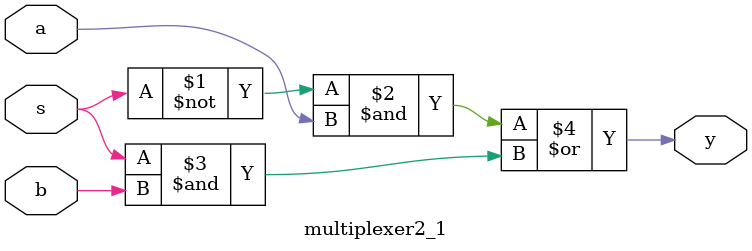
<source format=v>
module multiplexer2_1 (
    input a,
    input b,
    input s,
    output y);

    wire a, b, s;
    wire y;

    assign y = (~s & a) | (s & b);
endmodule

</source>
